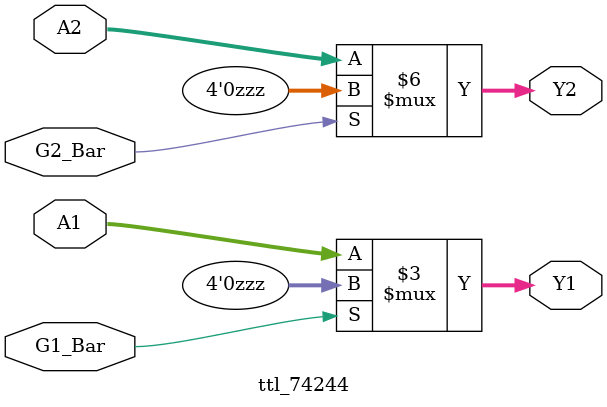
<source format=v>

module ttl_74244 #(parameter WIDTH = 8, DELAY_RISE = 0, DELAY_FALL = 0)
(
  input G1_Bar, G2_Bar,
  input [WIDTH/2-1:0] A1,
  input [WIDTH/2-1:0] A2,
  output [WIDTH/2-1:0] Y1,
  output [WIDTH/2-1:0] Y2
);

assign #(DELAY_RISE, DELAY_FALL) Y1 = !G1_Bar ? A1 : {(WIDTH/2-1){1'bZ}};
assign #(DELAY_RISE, DELAY_FALL) Y2 = !G2_Bar ? A2 : {(WIDTH/2-1){1'bZ}};

endmodule
</source>
